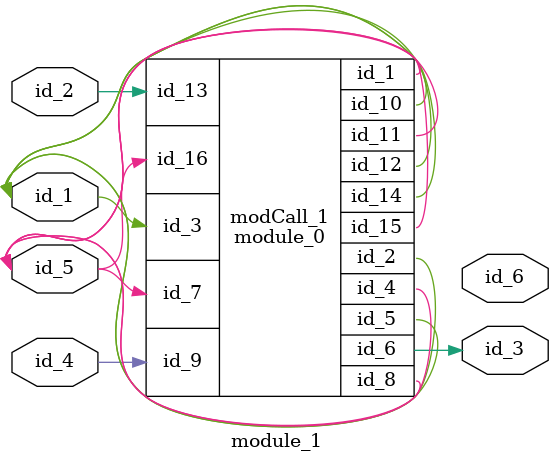
<source format=v>
module module_0 (
    id_1,
    id_2,
    id_3,
    id_4,
    id_5,
    id_6,
    id_7,
    id_8,
    id_9,
    id_10,
    id_11,
    id_12,
    id_13,
    id_14,
    id_15,
    id_16
);
  input wire id_16;
  inout wire id_15;
  inout wire id_14;
  input wire id_13;
  output wire id_12;
  output wire id_11;
  inout wire id_10;
  input wire id_9;
  output wire id_8;
  input wire id_7;
  output wire id_6;
  output wire id_5;
  inout wire id_4;
  input wire id_3;
  output wire id_2;
  inout wire id_1;
  assign id_4 = -1;
  always $display(id_7 == 1, 1, id_3);
  wire id_17;
  wire id_18;
  assign id_6 = 1 | 1;
endmodule
module module_1 (
    id_1,
    id_2,
    id_3,
    id_4,
    id_5,
    id_6
);
  output wire id_6;
  inout wire id_5;
  input wire id_4;
  output wire id_3;
  input wire id_2;
  inout wire id_1;
  assign id_6[{-1}] = id_1;
  module_0 modCall_1 (
      id_5,
      id_1,
      id_1,
      id_5,
      id_1,
      id_3,
      id_5,
      id_5,
      id_4,
      id_1,
      id_5,
      id_1,
      id_2,
      id_1,
      id_5,
      id_5
  );
endmodule

</source>
